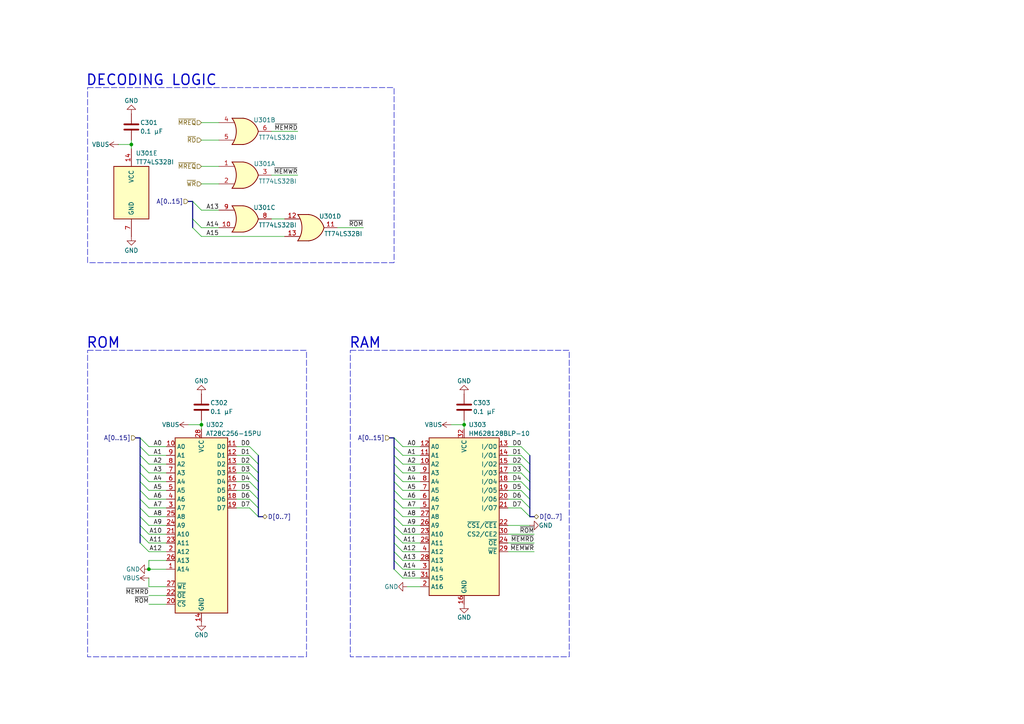
<source format=kicad_sch>
(kicad_sch (version 20250114) (generator "eeschema") (generator_version "9.0")
  (paper "A4")
  (title_block (title "Memory") (date "2025-12-31") (rev "A") (company "Dragos Bajanica"))
  (lib_symbols
    (symbol "74xx:74LS32" (pin_names (offset 1.016))
      (property "Reference" "U" (at 0 1.27 0))
      (property "Value" "74LS32" (at 0 -1.27 0))
      (symbol "74LS32_1_1"
        (arc (start -3.81 3.81) (mid -2.589 0) (end -3.81 -3.81) (stroke (width 0.254)))
        (polyline (pts (xy -3.81 3.81) (xy -0.635 3.81)) (stroke (width 0.254)) (fill (type background)))
        (polyline (pts (xy -3.81 -3.81) (xy -0.635 -3.81)) (stroke (width 0.254)) (fill (type background)))
        (arc (start 3.81 0) (mid 2.1855 -2.584) (end -0.6096 -3.81) (stroke (width 0.254)) (fill (type background)))
        (arc (start -0.6096 3.81) (mid 2.1928 2.5924) (end 3.81 0) (stroke (width 0.254)) (fill (type background)))
        (polyline (pts (xy -0.635 3.81) (xy -3.81 3.81) (xy -3.81 3.81) (xy -3.556 3.4036) (xy -3.0226 2.2606) (xy -2.6924 1.0414) (xy -2.6162 -0.254) (xy -2.7686 -1.4986) (xy -3.175 -2.7178) (xy -3.81 -3.81) (xy -3.81 -3.81) (xy -0.635 -3.81)) (stroke (width -25.4)) (fill (type background)))
        (pin input line (at -7.62 2.54 0) (length 4.318) (name "~") (number "1"))
        (pin input line (at -7.62 -2.54 0) (length 4.318) (name "~") (number "2"))
        (pin output line (at 7.62 0 180) (length 3.81) (name "~") (number "3"))
      )
      (symbol "74LS32_1_2"
        (arc (start 0 3.81) (mid 3.7934 0) (end 0 -3.81) (stroke (width 0.254)) (fill (type background)))
        (polyline (pts (xy 0 3.81) (xy -3.81 3.81) (xy -3.81 -3.81) (xy 0 -3.81)) (stroke (width 0.254)) (fill (type background)))
        (pin input inverted (at -7.62 2.54 0) (length 3.81) (name "~") (number "1"))
        (pin input inverted (at -7.62 -2.54 0) (length 3.81) (name "~") (number "2"))
        (pin output inverted (at 7.62 0 180) (length 3.81) (name "~") (number "3"))
      )
      (symbol "74LS32_2_1"
        (arc (start -3.81 3.81) (mid -2.589 0) (end -3.81 -3.81) (stroke (width 0.254)))
        (polyline (pts (xy -3.81 3.81) (xy -0.635 3.81)) (stroke (width 0.254)) (fill (type background)))
        (polyline (pts (xy -3.81 -3.81) (xy -0.635 -3.81)) (stroke (width 0.254)) (fill (type background)))
        (arc (start 3.81 0) (mid 2.1855 -2.584) (end -0.6096 -3.81) (stroke (width 0.254)) (fill (type background)))
        (arc (start -0.6096 3.81) (mid 2.1928 2.5924) (end 3.81 0) (stroke (width 0.254)) (fill (type background)))
        (polyline (pts (xy -0.635 3.81) (xy -3.81 3.81) (xy -3.81 3.81) (xy -3.556 3.4036) (xy -3.0226 2.2606) (xy -2.6924 1.0414) (xy -2.6162 -0.254) (xy -2.7686 -1.4986) (xy -3.175 -2.7178) (xy -3.81 -3.81) (xy -3.81 -3.81) (xy -0.635 -3.81)) (stroke (width -25.4)) (fill (type background)))
        (pin input line (at -7.62 2.54 0) (length 4.318) (name "~") (number "4"))
        (pin input line (at -7.62 -2.54 0) (length 4.318) (name "~") (number "5"))
        (pin output line (at 7.62 0 180) (length 3.81) (name "~") (number "6"))
      )
      (symbol "74LS32_2_2"
        (arc (start 0 3.81) (mid 3.7934 0) (end 0 -3.81) (stroke (width 0.254)) (fill (type background)))
        (polyline (pts (xy 0 3.81) (xy -3.81 3.81) (xy -3.81 -3.81) (xy 0 -3.81)) (stroke (width 0.254)) (fill (type background)))
        (pin input inverted (at -7.62 2.54 0) (length 3.81) (name "~") (number "4"))
        (pin input inverted (at -7.62 -2.54 0) (length 3.81) (name "~") (number "5"))
        (pin output inverted (at 7.62 0 180) (length 3.81) (name "~") (number "6"))
      )
      (symbol "74LS32_3_1"
        (arc (start -3.81 3.81) (mid -2.589 0) (end -3.81 -3.81) (stroke (width 0.254)))
        (polyline (pts (xy -3.81 3.81) (xy -0.635 3.81)) (stroke (width 0.254)) (fill (type background)))
        (polyline (pts (xy -3.81 -3.81) (xy -0.635 -3.81)) (stroke (width 0.254)) (fill (type background)))
        (arc (start 3.81 0) (mid 2.1855 -2.584) (end -0.6096 -3.81) (stroke (width 0.254)) (fill (type background)))
        (arc (start -0.6096 3.81) (mid 2.1928 2.5924) (end 3.81 0) (stroke (width 0.254)) (fill (type background)))
        (polyline (pts (xy -0.635 3.81) (xy -3.81 3.81) (xy -3.81 3.81) (xy -3.556 3.4036) (xy -3.0226 2.2606) (xy -2.6924 1.0414) (xy -2.6162 -0.254) (xy -2.7686 -1.4986) (xy -3.175 -2.7178) (xy -3.81 -3.81) (xy -3.81 -3.81) (xy -0.635 -3.81)) (stroke (width -25.4)) (fill (type background)))
        (pin input line (at -7.62 2.54 0) (length 4.318) (name "~") (number "9"))
        (pin input line (at -7.62 -2.54 0) (length 4.318) (name "~") (number "10"))
        (pin output line (at 7.62 0 180) (length 3.81) (name "~") (number "8"))
      )
      (symbol "74LS32_3_2"
        (arc (start 0 3.81) (mid 3.7934 0) (end 0 -3.81) (stroke (width 0.254)) (fill (type background)))
        (polyline (pts (xy 0 3.81) (xy -3.81 3.81) (xy -3.81 -3.81) (xy 0 -3.81)) (stroke (width 0.254)) (fill (type background)))
        (pin input inverted (at -7.62 2.54 0) (length 3.81) (name "~") (number "9"))
        (pin input inverted (at -7.62 -2.54 0) (length 3.81) (name "~") (number "10"))
        (pin output inverted (at 7.62 0 180) (length 3.81) (name "~") (number "8"))
      )
      (symbol "74LS32_4_1"
        (arc (start -3.81 3.81) (mid -2.589 0) (end -3.81 -3.81) (stroke (width 0.254)))
        (polyline (pts (xy -3.81 3.81) (xy -0.635 3.81)) (stroke (width 0.254)) (fill (type background)))
        (polyline (pts (xy -3.81 -3.81) (xy -0.635 -3.81)) (stroke (width 0.254)) (fill (type background)))
        (arc (start 3.81 0) (mid 2.1855 -2.584) (end -0.6096 -3.81) (stroke (width 0.254)) (fill (type background)))
        (arc (start -0.6096 3.81) (mid 2.1928 2.5924) (end 3.81 0) (stroke (width 0.254)) (fill (type background)))
        (polyline (pts (xy -0.635 3.81) (xy -3.81 3.81) (xy -3.81 3.81) (xy -3.556 3.4036) (xy -3.0226 2.2606) (xy -2.6924 1.0414) (xy -2.6162 -0.254) (xy -2.7686 -1.4986) (xy -3.175 -2.7178) (xy -3.81 -3.81) (xy -3.81 -3.81) (xy -0.635 -3.81)) (stroke (width -25.4)) (fill (type background)))
        (pin input line (at -7.62 2.54 0) (length 4.318) (name "~") (number "12"))
        (pin input line (at -7.62 -2.54 0) (length 4.318) (name "~") (number "13"))
        (pin output line (at 7.62 0 180) (length 3.81) (name "~") (number "11"))
      )
      (symbol "74LS32_4_2"
        (arc (start 0 3.81) (mid 3.7934 0) (end 0 -3.81) (stroke (width 0.254)) (fill (type background)))
        (polyline (pts (xy 0 3.81) (xy -3.81 3.81) (xy -3.81 -3.81) (xy 0 -3.81)) (stroke (width 0.254)) (fill (type background)))
        (pin input inverted (at -7.62 2.54 0) (length 3.81) (name "~") (number "12"))
        (pin input inverted (at -7.62 -2.54 0) (length 3.81) (name "~") (number "13"))
        (pin output inverted (at 7.62 0 180) (length 3.81) (name "~") (number "11"))
      )
      (symbol "74LS32_5_0"
        (pin power_in line (at 0 12.7 270) (length 5.08) (name "VCC") (number "14"))
        (pin power_in line (at 0 -12.7 90) (length 5.08) (name "GND") (number "7"))
      )
      (symbol "74LS32_5_1"
        (rectangle (start -5.08 7.62) (end 5.08 -7.62) (stroke (width 0.254)) (fill (type background)))
      )
    )
    (symbol "Device:C" (pin_numbers (hide yes)) (pin_names (offset 0.254))
      (property "Reference" "C" (at 0.635 2.54 0))
      (property "Value" "C" (at 0.635 -2.54 0))
      (symbol "C_0_1"
        (polyline (pts (xy -2.032 0.762) (xy 2.032 0.762)) (stroke (width 0.508)))
        (polyline (pts (xy -2.032 -0.762) (xy 2.032 -0.762)) (stroke (width 0.508)))
      )
      (symbol "C_1_1"
        (pin passive line (at 0 3.81 270) (length 2.794) (name "~") (number "1"))
        (pin passive line (at 0 -3.81 90) (length 2.794) (name "~") (number "2"))
      )
    )
    (symbol "Memory_EEPROM:28C256"
      (property "Reference" "U" (at -7.62 26.67 0))
      (property "Value" "28C256" (at 2.54 -26.67 0))
      (symbol "28C256_1_1"
        (rectangle (start -7.62 25.4) (end 7.62 -25.4) (stroke (width 0.254)) (fill (type background)))
        (pin input line (at -10.16 22.86 0) (length 2.54) (name "A0") (number "10"))
        (pin input line (at -10.16 20.32 0) (length 2.54) (name "A1") (number "9"))
        (pin input line (at -10.16 17.78 0) (length 2.54) (name "A2") (number "8"))
        (pin input line (at -10.16 15.24 0) (length 2.54) (name "A3") (number "7"))
        (pin input line (at -10.16 12.7 0) (length 2.54) (name "A4") (number "6"))
        (pin input line (at -10.16 10.16 0) (length 2.54) (name "A5") (number "5"))
        (pin input line (at -10.16 7.62 0) (length 2.54) (name "A6") (number "4"))
        (pin input line (at -10.16 5.08 0) (length 2.54) (name "A7") (number "3"))
        (pin input line (at -10.16 2.54 0) (length 2.54) (name "A8") (number "25"))
        (pin input line (at -10.16 0 0) (length 2.54) (name "A9") (number "24"))
        (pin input line (at -10.16 -2.54 0) (length 2.54) (name "A10") (number "21"))
        (pin input line (at -10.16 -5.08 0) (length 2.54) (name "A11") (number "23"))
        (pin input line (at -10.16 -7.62 0) (length 2.54) (name "A12") (number "2"))
        (pin input line (at -10.16 -10.16 0) (length 2.54) (name "A13") (number "26"))
        (pin input line (at -10.16 -12.7 0) (length 2.54) (name "A14") (number "1"))
        (pin input line (at -10.16 -17.78 0) (length 2.54) (name "~{WE}") (number "27"))
        (pin input line (at -10.16 -20.32 0) (length 2.54) (name "~{OE}") (number "22"))
        (pin input line (at -10.16 -22.86 0) (length 2.54) (name "~{CS}") (number "20"))
        (pin power_in line (at 0 27.94 270) (length 2.54) (name "VCC") (number "28"))
        (pin power_in line (at 0 -27.94 90) (length 2.54) (name "GND") (number "14"))
        (pin tri_state line (at 10.16 22.86 180) (length 2.54) (name "D0") (number "11"))
        (pin tri_state line (at 10.16 20.32 180) (length 2.54) (name "D1") (number "12"))
        (pin tri_state line (at 10.16 17.78 180) (length 2.54) (name "D2") (number "13"))
        (pin tri_state line (at 10.16 15.24 180) (length 2.54) (name "D3") (number "15"))
        (pin tri_state line (at 10.16 12.7 180) (length 2.54) (name "D4") (number "16"))
        (pin tri_state line (at 10.16 10.16 180) (length 2.54) (name "D5") (number "17"))
        (pin tri_state line (at 10.16 7.62 180) (length 2.54) (name "D6") (number "18"))
        (pin tri_state line (at 10.16 5.08 180) (length 2.54) (name "D7") (number "19"))
      )
    )
    (symbol "Memory_RAM:HM628128_DIP32_SOP32"
      (property "Reference" "U" (at -10.16 23.495 0))
      (property "Value" "HM628128_DIP32_SOP32" (at 2.54 23.495 0))
      (symbol "HM628128_DIP32_SOP32_0_0"
        (pin power_in line (at 0 25.4 270) (length 2.54) (name "VCC") (number "32"))
        (pin power_in line (at 0 -25.4 90) (length 2.54) (name "GND") (number "16"))
      )
      (symbol "HM628128_DIP32_SOP32_0_1"
        (rectangle (start -10.16 22.86) (end 10.16 -22.86) (stroke (width 0.254)) (fill (type background)))
      )
      (symbol "HM628128_DIP32_SOP32_1_1"
        (pin input line (at -12.7 20.32 0) (length 2.54) (name "A0") (number "12"))
        (pin input line (at -12.7 17.78 0) (length 2.54) (name "A1") (number "11"))
        (pin input line (at -12.7 15.24 0) (length 2.54) (name "A2") (number "10"))
        (pin input line (at -12.7 12.7 0) (length 2.54) (name "A3") (number "9"))
        (pin input line (at -12.7 10.16 0) (length 2.54) (name "A4") (number "8"))
        (pin input line (at -12.7 7.62 0) (length 2.54) (name "A5") (number "7"))
        (pin input line (at -12.7 5.08 0) (length 2.54) (name "A6") (number "6"))
        (pin input line (at -12.7 2.54 0) (length 2.54) (name "A7") (number "5"))
        (pin input line (at -12.7 0 0) (length 2.54) (name "A8") (number "27"))
        (pin input line (at -12.7 -2.54 0) (length 2.54) (name "A9") (number "26"))
        (pin input line (at -12.7 -5.08 0) (length 2.54) (name "A10") (number "23"))
        (pin input line (at -12.7 -7.62 0) (length 2.54) (name "A11") (number "25"))
        (pin input line (at -12.7 -10.16 0) (length 2.54) (name "A12") (number "4"))
        (pin input line (at -12.7 -12.7 0) (length 2.54) (name "A13") (number "28"))
        (pin input line (at -12.7 -15.24 0) (length 2.54) (name "A14") (number "3"))
        (pin input line (at -12.7 -17.78 0) (length 2.54) (name "A15") (number "31"))
        (pin input line (at -12.7 -20.32 0) (length 2.54) (name "A16") (number "2"))
        (pin no_connect line (at 10.16 -20.32 180) (length 2.54) (hide yes) (name "NC") (number "1"))
        (pin tri_state line (at 12.7 20.32 180) (length 2.54) (name "I/O0") (number "13"))
        (pin tri_state line (at 12.7 17.78 180) (length 2.54) (name "I/O1") (number "14"))
        (pin tri_state line (at 12.7 15.24 180) (length 2.54) (name "I/O2") (number "15"))
        (pin tri_state line (at 12.7 12.7 180) (length 2.54) (name "I/O3") (number "17"))
        (pin tri_state line (at 12.7 10.16 180) (length 2.54) (name "I/O4") (number "18"))
        (pin tri_state line (at 12.7 7.62 180) (length 2.54) (name "I/O5") (number "19"))
        (pin tri_state line (at 12.7 5.08 180) (length 2.54) (name "I/O6") (number "20"))
        (pin tri_state line (at 12.7 2.54 180) (length 2.54) (name "I/O7") (number "21"))
        (pin input line (at 12.7 -2.54 180) (length 2.54) (name "~{CS1}/~{CE1}") (number "22"))
        (pin input line (at 12.7 -5.08 180) (length 2.54) (name "CS2/CE2") (number "30"))
        (pin input line (at 12.7 -7.62 180) (length 2.54) (name "~{OE}") (number "24"))
        (pin input line (at 12.7 -10.16 180) (length 2.54) (name "~{WE}") (number "29"))
      )
    )
    (symbol "power:GND" (power) (pin_numbers (hide yes)) (pin_names (offset 0) (hide yes))
      (property "Value" "GND" (at 0 -3.81 0))
      (symbol "GND_0_1"
        (polyline (pts (xy 0 0) (xy 0 -1.27) (xy 1.27 -1.27) (xy 0 -2.54) (xy -1.27 -1.27) (xy 0 -1.27)))
      )
      (symbol "GND_1_1"
        (pin power_in line (at 0 0 270) (length 0) (name "~") (number "1"))
      )
    )
    (symbol "power:VBUS" (power) (pin_numbers (hide yes)) (pin_names (offset 0) (hide yes))
      (property "Value" "VBUS" (at 0 3.556 0))
      (symbol "VBUS_0_1"
        (polyline (pts (xy -0.762 1.27) (xy 0 2.54)))
        (polyline (pts (xy 0 2.54) (xy 0.762 1.27)))
        (polyline (pts (xy 0 0) (xy 0 2.54)))
      )
      (symbol "VBUS_1_1"
        (pin power_in line (at 0 0 90) (length 0) (name "~") (number "1"))
      )
    )
  )
  (rectangle (start 25.4 25.4) (end 114.3 76.2) (stroke (width 0) (type dash)))
  (rectangle (start 101.6 101.6) (end 165.1 190.5) (stroke (width 0) (type dash)))
  (rectangle (start 25.4 101.6) (end 88.9 190.5) (stroke (width 0) (type dash)))
  (text "RAM" (at 105.918 99.568 0) (effects (font (size 3 3) (thickness 0.375))))
  (text "ROM" (at 29.972 99.568 0) (effects (font (size 3 3) (thickness 0.375))))
  (text "DECODING LOGIC" (at 43.942 23.368 0) (effects (font (size 3 3) (thickness 0.375))))
  (junction (at 134.62 123.19))
  (junction (at 58.42 123.19))
  (junction (at 43.18 165.1))
  (junction (at 38.1 41.91))
  (bus_entry (at 43.18 144.78) (size -2.54 -2.54))
  (bus_entry (at 116.84 147.32) (size -2.54 -2.54))
  (bus_entry (at 43.18 154.94) (size -2.54 -2.54))
  (bus_entry (at 43.18 152.4) (size -2.54 -2.54))
  (bus_entry (at 43.18 160.02) (size -2.54 -2.54))
  (bus_entry (at 72.39 139.7) (size 2.54 2.54))
  (bus_entry (at 58.42 66.04) (size -2.54 -2.54))
  (bus_entry (at 151.13 144.78) (size 2.54 2.54))
  (bus_entry (at 43.18 134.62) (size -2.54 -2.54))
  (bus_entry (at 116.84 154.94) (size -2.54 -2.54))
  (bus_entry (at 116.84 137.16) (size -2.54 -2.54))
  (bus_entry (at 151.13 134.62) (size 2.54 2.54))
  (bus_entry (at 151.13 139.7) (size 2.54 2.54))
  (bus_entry (at 43.18 129.54) (size -2.54 -2.54))
  (bus_entry (at 151.13 147.32) (size 2.54 2.54))
  (bus_entry (at 151.13 142.24) (size 2.54 2.54))
  (bus_entry (at 58.42 60.96) (size -2.54 -2.54))
  (bus_entry (at 72.39 132.08) (size 2.54 2.54))
  (bus_entry (at 151.13 129.54) (size 2.54 2.54))
  (bus_entry (at 151.13 137.16) (size 2.54 2.54))
  (bus_entry (at 116.84 149.86) (size -2.54 -2.54))
  (bus_entry (at 58.42 68.58) (size -2.54 -2.54))
  (bus_entry (at 72.39 129.54) (size 2.54 2.54))
  (bus_entry (at 116.84 132.08) (size -2.54 -2.54))
  (bus_entry (at 116.84 162.56) (size -2.54 -2.54))
  (bus_entry (at 116.84 165.1) (size -2.54 -2.54))
  (bus_entry (at 72.39 134.62) (size 2.54 2.54))
  (bus_entry (at 116.84 134.62) (size -2.54 -2.54))
  (bus_entry (at 72.39 142.24) (size 2.54 2.54))
  (bus_entry (at 72.39 147.32) (size 2.54 2.54))
  (bus_entry (at 72.39 144.78) (size 2.54 2.54))
  (bus_entry (at 43.18 137.16) (size -2.54 -2.54))
  (bus_entry (at 43.18 147.32) (size -2.54 -2.54))
  (bus_entry (at 43.18 139.7) (size -2.54 -2.54))
  (bus_entry (at 151.13 132.08) (size 2.54 2.54))
  (bus_entry (at 116.84 160.02) (size -2.54 -2.54))
  (bus_entry (at 72.39 137.16) (size 2.54 2.54))
  (bus_entry (at 116.84 129.54) (size -2.54 -2.54))
  (bus_entry (at 116.84 157.48) (size -2.54 -2.54))
  (bus_entry (at 116.84 139.7) (size -2.54 -2.54))
  (bus_entry (at 116.84 144.78) (size -2.54 -2.54))
  (bus_entry (at 43.18 132.08) (size -2.54 -2.54))
  (bus_entry (at 43.18 157.48) (size -2.54 -2.54))
  (bus_entry (at 43.18 149.86) (size -2.54 -2.54))
  (bus_entry (at 43.18 142.24) (size -2.54 -2.54))
  (bus_entry (at 116.84 142.24) (size -2.54 -2.54))
  (bus_entry (at 116.84 152.4) (size -2.54 -2.54))
  (bus_entry (at 116.84 167.64) (size -2.54 -2.54))
  (bus (pts (xy 40.64 134.62) (xy 40.64 132.08)))
  (bus (pts (xy 40.64 137.16) (xy 40.64 134.62)))
  (wire (pts (xy 97.79 66.04) (xy 105.41 66.04)))
  (wire (pts (xy 121.92 137.16) (xy 116.84 137.16)))
  (wire (pts (xy 121.92 132.08) (xy 116.84 132.08)))
  (bus (pts (xy 114.3 165.1) (xy 114.3 162.56)))
  (wire (pts (xy 121.92 154.94) (xy 116.84 154.94)))
  (wire (pts (xy 121.92 167.64) (xy 116.84 167.64)))
  (wire (pts (xy 121.92 157.48) (xy 116.84 157.48)))
  (wire (pts (xy 147.32 147.32) (xy 151.13 147.32)))
  (bus (pts (xy 114.3 144.78) (xy 114.3 142.24)))
  (wire (pts (xy 58.42 40.64) (xy 63.5 40.64)))
  (wire (pts (xy 121.92 139.7) (xy 116.84 139.7)))
  (wire (pts (xy 68.58 137.16) (xy 72.39 137.16)))
  (wire (pts (xy 48.26 160.02) (xy 43.18 160.02)))
  (bus (pts (xy 114.3 129.54) (xy 114.3 127)))
  (wire (pts (xy 48.26 134.62) (xy 43.18 134.62)))
  (wire (pts (xy 48.26 149.86) (xy 43.18 149.86)))
  (bus (pts (xy 153.67 147.32) (xy 153.67 149.86)))
  (wire (pts (xy 147.32 137.16) (xy 151.13 137.16)))
  (bus (pts (xy 39.37 127) (xy 40.64 127)))
  (bus (pts (xy 114.3 147.32) (xy 114.3 144.78)))
  (wire (pts (xy 43.18 162.56) (xy 43.18 165.1)))
  (bus (pts (xy 76.2 149.86) (xy 74.93 149.86)))
  (wire (pts (xy 147.32 134.62) (xy 151.13 134.62)))
  (wire (pts (xy 121.92 129.54) (xy 116.84 129.54)))
  (wire (pts (xy 134.62 123.19) (xy 134.62 124.46)))
  (bus (pts (xy 74.93 132.08) (xy 74.93 134.62)))
  (wire (pts (xy 54.61 123.19) (xy 58.42 123.19)))
  (wire (pts (xy 34.29 41.91) (xy 38.1 41.91)))
  (wire (pts (xy 48.26 142.24) (xy 43.18 142.24)))
  (bus (pts (xy 114.3 142.24) (xy 114.3 139.7)))
  (bus (pts (xy 40.64 147.32) (xy 40.64 144.78)))
  (bus (pts (xy 40.64 144.78) (xy 40.64 142.24)))
  (wire (pts (xy 147.32 157.48) (xy 154.94 157.48)))
  (wire (pts (xy 147.32 160.02) (xy 154.94 160.02)))
  (bus (pts (xy 114.3 132.08) (xy 114.3 129.54)))
  (wire (pts (xy 43.18 172.72) (xy 48.26 172.72)))
  (wire (pts (xy 153.67 152.4) (xy 147.32 152.4)))
  (wire (pts (xy 48.26 129.54) (xy 43.18 129.54)))
  (bus (pts (xy 114.3 154.94) (xy 114.3 152.4)))
  (wire (pts (xy 121.92 144.78) (xy 116.84 144.78)))
  (bus (pts (xy 40.64 152.4) (xy 40.64 149.86)))
  (wire (pts (xy 121.92 149.86) (xy 116.84 149.86)))
  (wire (pts (xy 68.58 132.08) (xy 72.39 132.08)))
  (bus (pts (xy 74.93 134.62) (xy 74.93 137.16)))
  (bus (pts (xy 153.67 144.78) (xy 153.67 147.32)))
  (bus (pts (xy 114.3 137.16) (xy 114.3 134.62)))
  (wire (pts (xy 48.26 152.4) (xy 43.18 152.4)))
  (wire (pts (xy 147.32 139.7) (xy 151.13 139.7)))
  (bus (pts (xy 114.3 157.48) (xy 114.3 154.94)))
  (wire (pts (xy 78.74 38.1) (xy 86.36 38.1)))
  (wire (pts (xy 121.92 147.32) (xy 116.84 147.32)))
  (wire (pts (xy 68.58 142.24) (xy 72.39 142.24)))
  (wire (pts (xy 118.11 170.18) (xy 121.92 170.18)))
  (wire (pts (xy 58.42 121.92) (xy 58.42 123.19)))
  (bus (pts (xy 40.64 154.94) (xy 40.64 152.4)))
  (bus (pts (xy 55.88 63.5) (xy 55.88 58.42)))
  (bus (pts (xy 153.67 134.62) (xy 153.67 137.16)))
  (bus (pts (xy 114.3 152.4) (xy 114.3 149.86)))
  (wire (pts (xy 58.42 66.04) (xy 63.5 66.04)))
  (wire (pts (xy 68.58 144.78) (xy 72.39 144.78)))
  (bus (pts (xy 114.3 160.02) (xy 114.3 157.48)))
  (wire (pts (xy 38.1 41.91) (xy 38.1 43.18)))
  (bus (pts (xy 153.67 132.08) (xy 153.67 134.62)))
  (wire (pts (xy 58.42 123.19) (xy 58.42 124.46)))
  (bus (pts (xy 74.93 139.7) (xy 74.93 142.24)))
  (bus (pts (xy 113.03 127) (xy 114.3 127)))
  (wire (pts (xy 43.18 175.26) (xy 48.26 175.26)))
  (wire (pts (xy 68.58 139.7) (xy 72.39 139.7)))
  (wire (pts (xy 147.32 144.78) (xy 151.13 144.78)))
  (wire (pts (xy 121.92 134.62) (xy 116.84 134.62)))
  (wire (pts (xy 121.92 142.24) (xy 116.84 142.24)))
  (wire (pts (xy 134.62 121.92) (xy 134.62 123.19)))
  (wire (pts (xy 78.74 50.8) (xy 86.36 50.8)))
  (bus (pts (xy 74.93 137.16) (xy 74.93 139.7)))
  (bus (pts (xy 74.93 142.24) (xy 74.93 144.78)))
  (wire (pts (xy 147.32 142.24) (xy 151.13 142.24)))
  (wire (pts (xy 121.92 165.1) (xy 116.84 165.1)))
  (bus (pts (xy 74.93 144.78) (xy 74.93 147.32)))
  (wire (pts (xy 43.18 165.1) (xy 48.26 165.1)))
  (wire (pts (xy 121.92 160.02) (xy 116.84 160.02)))
  (bus (pts (xy 40.64 132.08) (xy 40.64 129.54)))
  (wire (pts (xy 38.1 40.64) (xy 38.1 41.91)))
  (bus (pts (xy 114.3 134.62) (xy 114.3 132.08)))
  (wire (pts (xy 48.26 144.78) (xy 43.18 144.78)))
  (wire (pts (xy 68.58 134.62) (xy 72.39 134.62)))
  (bus (pts (xy 40.64 142.24) (xy 40.64 139.7)))
  (bus (pts (xy 114.3 162.56) (xy 114.3 160.02)))
  (wire (pts (xy 68.58 129.54) (xy 72.39 129.54)))
  (wire (pts (xy 147.32 129.54) (xy 151.13 129.54)))
  (wire (pts (xy 43.18 167.64) (xy 43.18 170.18)))
  (bus (pts (xy 55.88 66.04) (xy 55.88 63.5)))
  (wire (pts (xy 43.18 162.56) (xy 48.26 162.56)))
  (wire (pts (xy 121.92 152.4) (xy 116.84 152.4)))
  (wire (pts (xy 58.42 35.56) (xy 63.5 35.56)))
  (bus (pts (xy 114.3 139.7) (xy 114.3 137.16)))
  (wire (pts (xy 58.42 68.58) (xy 82.55 68.58)))
  (bus (pts (xy 40.64 139.7) (xy 40.64 137.16)))
  (bus (pts (xy 40.64 157.48) (xy 40.64 154.94)))
  (wire (pts (xy 48.26 157.48) (xy 43.18 157.48)))
  (wire (pts (xy 58.42 53.34) (xy 63.5 53.34)))
  (bus (pts (xy 154.94 149.86) (xy 153.67 149.86)))
  (bus (pts (xy 40.64 149.86) (xy 40.64 147.32)))
  (wire (pts (xy 58.42 48.26) (xy 63.5 48.26)))
  (wire (pts (xy 147.32 132.08) (xy 151.13 132.08)))
  (bus (pts (xy 153.67 137.16) (xy 153.67 139.7)))
  (wire (pts (xy 48.26 137.16) (xy 43.18 137.16)))
  (wire (pts (xy 147.32 154.94) (xy 154.94 154.94)))
  (wire (pts (xy 48.26 139.7) (xy 43.18 139.7)))
  (wire (pts (xy 130.81 123.19) (xy 134.62 123.19)))
  (wire (pts (xy 43.18 170.18) (xy 48.26 170.18)))
  (wire (pts (xy 68.58 147.32) (xy 72.39 147.32)))
  (wire (pts (xy 121.92 162.56) (xy 116.84 162.56)))
  (bus (pts (xy 54.61 58.42) (xy 55.88 58.42)))
  (bus (pts (xy 153.67 139.7) (xy 153.67 142.24)))
  (wire (pts (xy 78.74 63.5) (xy 82.55 63.5)))
  (wire (pts (xy 48.26 154.94) (xy 43.18 154.94)))
  (wire (pts (xy 48.26 147.32) (xy 43.18 147.32)))
  (bus (pts (xy 153.67 142.24) (xy 153.67 144.78)))
  (bus (pts (xy 40.64 129.54) (xy 40.64 127)))
  (wire (pts (xy 58.42 60.96) (xy 63.5 60.96)))
  (wire (pts (xy 48.26 132.08) (xy 43.18 132.08)))
  (bus (pts (xy 74.93 147.32) (xy 74.93 149.86)))
  (bus (pts (xy 114.3 149.86) (xy 114.3 147.32)))
  (label "A9" (at 46.99 152.4 180))
  (label "D1" (at 148.59 132.08 0))
  (label "A10" (at 120.65 154.94 180))
  (label "D2" (at 148.59 134.62 0))
  (label "D4" (at 69.85 139.7 0))
  (label "A5" (at 46.99 142.24 180))
  (label "D3" (at 148.59 137.16 0))
  (label "D4" (at 148.59 139.7 0))
  (label "A4" (at 46.99 139.7 180))
  (label "A6" (at 46.99 144.78 180))
  (label "A2" (at 46.99 134.62 180))
  (label "A7" (at 120.65 147.32 180))
  (label "A3" (at 46.99 137.16 180))
  (label "D1" (at 69.85 132.08 0))
  (label "A5" (at 120.65 142.24 180))
  (label "A14" (at 120.65 165.1 180))
  (label "A12" (at 46.99 160.02 180))
  (label "A8" (at 120.65 149.86 180))
  (label "~{MEMRD}" (at 86.36 38.1 180))
  (label "~{MEMWR}" (at 86.36 50.8 180))
  (label "~{ROM}" (at 105.41 66.04 180))
  (label "A4" (at 120.65 139.7 180))
  (label "A6" (at 120.65 144.78 180))
  (label "D3" (at 69.85 137.16 0))
  (label "~{MEMWR}" (at 154.94 160.02 180))
  (label "D6" (at 69.85 144.78 0))
  (label "~{ROM}" (at 43.18 175.26 180))
  (label "A0" (at 120.65 129.54 180))
  (label "A2" (at 120.65 134.62 180))
  (label "D0" (at 69.85 129.54 0))
  (label "D7" (at 69.85 147.32 0))
  (label "~{ROM}" (at 154.94 154.94 180))
  (label "A11" (at 46.99 157.48 180))
  (label "A1" (at 46.99 132.08 180))
  (label "A14" (at 63.5 66.04 180))
  (label "A15" (at 63.5 68.58 180))
  (label "A13" (at 63.5 60.96 180))
  (label "D6" (at 148.59 144.78 0))
  (label "A9" (at 120.65 152.4 180))
  (label "A3" (at 120.65 137.16 180))
  (label "D0" (at 148.59 129.54 0))
  (label "~{MEMRD}" (at 43.18 172.72 180))
  (label "A7" (at 46.99 147.32 180))
  (label "A8" (at 46.99 149.86 180))
  (label "D7" (at 148.59 147.32 0))
  (label "D5" (at 69.85 142.24 0))
  (label "D2" (at 69.85 134.62 0))
  (label "D5" (at 148.59 142.24 0))
  (label "A15" (at 120.65 167.64 180))
  (label "A0" (at 46.99 129.54 180))
  (label "A11" (at 120.65 157.48 180))
  (label "A12" (at 120.65 160.02 180))
  (label "A13" (at 120.65 162.56 180))
  (label "A1" (at 120.65 132.08 180))
  (label "A10" (at 46.99 154.94 180))
  (label "~{MEMRD}" (at 154.94 157.48 180))
  (hierarchical_label "D[0..7]" (shape bidirectional) (at 76.2 149.86 0))
  (hierarchical_label "A[0..15]" (shape input) (at 39.37 127 180))
  (hierarchical_label "A[0..15]" (shape input) (at 54.61 58.42 180))
  (hierarchical_label "A[0..15]" (shape input) (at 113.03 127 180))
  (hierarchical_label "D[0..7]" (shape bidirectional) (at 154.94 149.86 0))
  (hierarchical_label "~{WR}" (shape input) (at 58.42 53.34 180))
  (hierarchical_label "~{MREQ}" (shape input) (at 58.42 48.26 180))
  (hierarchical_label "~{RD}" (shape input) (at 58.42 40.64 180))
  (hierarchical_label "~{MREQ}" (shape input) (at 58.42 35.56 180))
  (symbol (lib_id "power:VBUS") (at 130.81 123.19 90) (unit 1)
    (property "Reference" "#PWR0310" (effects (hide yes)))
    (property "Value" "VBUS" (at 128.27 123.19 90) (effects (justify left)))
    (property "Description" "Power symbol creates a global label with name \"VBUS\"" (effects (hide yes)))
  )
  (symbol (lib_id "power:GND") (at 153.67 152.4 90) (unit 1)
    (property "Reference" "#PWR0313" (effects (hide yes)))
    (property "Value" "GND" (at 156.21 152.4 90) (effects (justify right)))
    (property "Description" "Power symbol creates a global label with name \"GND\" , ground" (effects (hide yes)))
  )
  (symbol (lib_id "power:GND") (at 118.11 170.18 270) (mirror x) (unit 1)
    (property "Reference" "#PWR0309" (effects (hide yes)))
    (property "Value" "GND" (at 115.57 170.18 90) (effects (justify right)))
    (property "Description" "Power symbol creates a global label with name \"GND\" , ground" (effects (hide yes)))
  )
  (symbol (lib_id "power:GND") (at 134.62 175.26 0) (unit 1)
    (property "Reference" "#PWR0312" (effects (hide yes)))
    (property "Value" "GND" (at 134.62 179.07 0))
    (property "Description" "Power symbol creates a global label with name \"GND\" , ground" (effects (hide yes)))
  )
  (symbol (lib_id "Device:C") (at 58.42 118.11 0) (unit 1)
    (property "Reference" "C302" (at 60.96 116.84 0) (effects (justify left)))
    (property "Value" "0.1 µF" (at 60.96 119.38 0) (effects (justify left)))
    (property "Footprint" "Capacitor_THT:C_Disc_D5.0mm_W2.5mm_P5.00mm" (effects (hide yes)))
    (property "Description" "Unpolarized capacitor" (effects (hide yes)))
  )
  (symbol (lib_id "74xx:74LS32") (at 71.12 38.1 0) (unit 2)
    (property "Reference" "U301" (at 76.708 34.798 0))
    (property "Value" "TT74LS32BI" (at 80.518 39.878 0))
    (property "Footprint" "Package_DIP:DIP-14_W7.62mm_Socket_LongPads" (effects (hide yes)))
    (property "Datasheet" "http://www.ti.com/lit/gpn/sn74LS32" (effects (hide yes)))
    (property "Description" "Quad 2-input OR" (effects (hide yes)))
  )
  (symbol (lib_id "74xx:74LS32") (at 71.12 63.5 0) (unit 3)
    (property "Reference" "U301" (at 76.708 60.198 0))
    (property "Value" "TT74LS32BI" (at 80.518 65.278 0))
    (property "Footprint" "Package_DIP:DIP-14_W7.62mm_Socket_LongPads" (effects (hide yes)))
    (property "Datasheet" "http://www.ti.com/lit/gpn/sn74LS32" (effects (hide yes)))
    (property "Description" "Quad 2-input OR" (effects (hide yes)))
  )
  (symbol (lib_id "power:GND") (at 58.42 114.3 180) (unit 1)
    (property "Reference" "#PWR0307" (effects (hide yes)))
    (property "Value" "GND" (at 58.42 110.49 0))
    (property "Description" "Power symbol creates a global label with name \"GND\" , ground" (effects (hide yes)))
  )
  (symbol (lib_id "power:GND") (at 43.18 165.1 270) (mirror x) (unit 1)
    (property "Reference" "#PWR0304" (effects (hide yes)))
    (property "Value" "GND" (at 40.64 165.1 90) (effects (justify right)))
    (property "Description" "Power symbol creates a global label with name \"GND\" , ground" (effects (hide yes)))
  )
  (symbol (lib_id "power:GND") (at 38.1 68.58 0) (unit 1)
    (property "Reference" "#PWR0303" (effects (hide yes)))
    (property "Value" "GND" (at 38.1 72.644 0))
    (property "Description" "Power symbol creates a global label with name \"GND\" , ground" (effects (hide yes)))
  )
  (symbol (lib_id "Memory_EEPROM:28C256") (at 58.42 152.4 0) (unit 1)
    (property "Reference" "U302" (at 59.69 123.19 0) (effects (justify left)))
    (property "Value" "AT28C256-15PU" (at 59.69 125.73 0) (effects (justify left)))
    (property "Footprint" "Package_DIP:DIP-28_W15.24mm_Socket_LongPads" (effects (hide yes)))
    (property "Datasheet" "http://ww1.microchip.com/downloads/en/DeviceDoc/doc0006.pdf" (effects (hide yes)))
    (property "Description" "Paged Parallel EEPROM 256Kb (32K x 8), DIP-28" (effects (hide yes)))
  )
  (symbol (lib_id "74xx:74LS32") (at 90.17 66.04 0) (unit 4)
    (property "Reference" "U301" (at 95.758 62.738 0))
    (property "Value" "TT74LS32BI" (at 99.568 67.818 0))
    (property "Footprint" "Package_DIP:DIP-14_W7.62mm_Socket_LongPads" (effects (hide yes)))
    (property "Datasheet" "http://www.ti.com/lit/gpn/sn74LS32" (effects (hide yes)))
    (property "Description" "Quad 2-input OR" (effects (hide yes)))
  )
  (symbol (lib_id "power:VBUS") (at 34.29 41.91 90) (unit 1)
    (property "Reference" "#PWR0301" (effects (hide yes)))
    (property "Value" "VBUS" (at 31.75 41.91 90) (effects (justify left)))
    (property "Description" "Power symbol creates a global label with name \"VBUS\"" (effects (hide yes)))
  )
  (symbol (lib_id "74xx:74LS32") (at 71.12 50.8 0) (unit 1)
    (property "Reference" "U301" (at 76.708 47.498 0))
    (property "Value" "TT74LS32BI" (at 80.518 52.578 0))
    (property "Footprint" "Package_DIP:DIP-14_W7.62mm_Socket_LongPads" (effects (hide yes)))
    (property "Datasheet" "http://www.ti.com/lit/gpn/sn74LS32" (effects (hide yes)))
    (property "Description" "Quad 2-input OR" (effects (hide yes)))
  )
  (symbol (lib_id "Device:C") (at 134.62 118.11 0) (unit 1)
    (property "Reference" "C303" (at 137.16 116.84 0) (effects (justify left)))
    (property "Value" "0.1 µF" (at 137.16 119.38 0) (effects (justify left)))
    (property "Footprint" "Capacitor_THT:C_Disc_D5.0mm_W2.5mm_P5.00mm" (effects (hide yes)))
    (property "Description" "Unpolarized capacitor" (effects (hide yes)))
  )
  (symbol (lib_id "power:GND") (at 58.42 180.34 0) (unit 1)
    (property "Reference" "#PWR0308" (effects (hide yes)))
    (property "Value" "GND" (at 58.42 184.15 0))
    (property "Description" "Power symbol creates a global label with name \"GND\" , ground" (effects (hide yes)))
  )
  (symbol (lib_id "power:VBUS") (at 54.61 123.19 90) (unit 1)
    (property "Reference" "#PWR0306" (effects (hide yes)))
    (property "Value" "VBUS" (at 52.07 123.19 90) (effects (justify left)))
    (property "Description" "Power symbol creates a global label with name \"VBUS\"" (effects (hide yes)))
  )
  (symbol (lib_id "power:VBUS") (at 43.18 167.64 90) (unit 1)
    (property "Reference" "#PWR0305" (effects (hide yes)))
    (property "Value" "VBUS" (at 40.64 167.64 90) (effects (justify left)))
    (property "Description" "Power symbol creates a global label with name \"VBUS\"" (effects (hide yes)))
  )
  (symbol (lib_id "Device:C") (at 38.1 36.83 0) (unit 1)
    (property "Reference" "C301" (at 40.64 35.56 0) (effects (justify left)))
    (property "Value" "0.1 µF" (at 40.64 38.1 0) (effects (justify left)))
    (property "Footprint" "Capacitor_THT:C_Disc_D5.0mm_W2.5mm_P5.00mm" (effects (hide yes)))
    (property "Description" "Unpolarized capacitor" (effects (hide yes)))
  )
  (symbol (lib_id "Memory_RAM:HM628128_DIP32_SOP32") (at 134.62 149.86 0) (unit 1)
    (property "Reference" "U303" (at 135.89 123.19 0) (effects (justify left)))
    (property "Value" "HM628128BLP-10" (at 135.89 125.73 0) (effects (justify left)))
    (property "Footprint" "Package_DIP:DIP-32_W15.24mm_Socket_LongPads" (effects (hide yes)))
    (property "Datasheet" "https://www.silicon-ark.co.uk/datasheets/hm628128-datasheet-hitachi.pdf" (effects (hide yes)))
    (property "Description" "128K-word x 8-bit High-Speed CMOS Static RAM, 100ns, 5V supply, DIP-32" (effects (hide yes)))
  )
  (symbol (lib_id "power:GND") (at 38.1 33.02 180) (unit 1)
    (property "Reference" "#PWR0302" (effects (hide yes)))
    (property "Value" "GND" (at 38.1 29.21 0))
    (property "Description" "Power symbol creates a global label with name \"GND\" , ground" (effects (hide yes)))
  )
  (symbol (lib_id "power:GND") (at 134.62 114.3 180) (unit 1)
    (property "Reference" "#PWR0311" (effects (hide yes)))
    (property "Value" "GND" (at 134.62 110.49 0))
    (property "Description" "Power symbol creates a global label with name \"GND\" , ground" (effects (hide yes)))
  )
  (symbol (lib_id "74xx:74LS32") (at 38.1 55.88 0) (unit 5)
    (property "Reference" "U301" (at 39.37 44.45 0) (effects (justify left)))
    (property "Value" "TT74LS32BI" (at 39.37 46.99 0) (effects (justify left)))
    (property "Footprint" "Package_DIP:DIP-14_W7.62mm_Socket_LongPads" (effects (hide yes)))
    (property "Datasheet" "http://www.ti.com/lit/gpn/sn74LS32" (effects (hide yes)))
    (property "Description" "Quad 2-input OR" (effects (hide yes)))
  )
)
</source>
